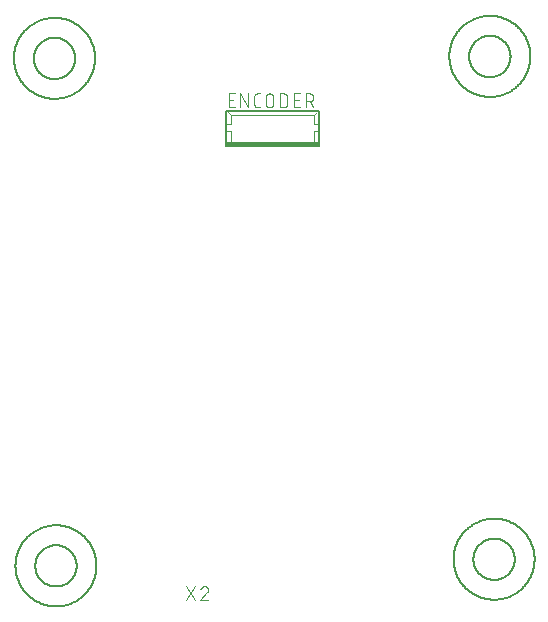
<source format=gbr>
G04 EAGLE Gerber X2 export*
G75*
%MOMM*%
%FSLAX34Y34*%
%LPD*%
%AMOC8*
5,1,8,0,0,1.08239X$1,22.5*%
G01*
%ADD10C,0.203200*%
%ADD11C,0.050800*%
%ADD12C,0.101600*%
%ADD13R,7.750000X0.375000*%
%ADD14C,0.152400*%


D10*
X344286Y415220D02*
X422286Y415220D01*
X422286Y445220D01*
X344286Y445220D01*
X344286Y415220D01*
D11*
X344536Y427720D02*
X348286Y427720D01*
X348286Y417720D01*
X418286Y427720D02*
X422036Y427720D01*
X418286Y427720D02*
X418286Y417720D01*
X348286Y433970D02*
X344536Y433970D01*
X418286Y433970D02*
X422036Y433970D01*
X348286Y433970D02*
X348286Y441470D01*
X418286Y441470D01*
X418286Y433970D01*
X418286Y441470D02*
X420786Y443970D01*
X348286Y441470D02*
X345786Y443970D01*
D12*
X346294Y448228D02*
X351487Y448228D01*
X346294Y448228D02*
X346294Y459912D01*
X351487Y459912D01*
X350189Y454719D02*
X346294Y454719D01*
X356177Y459912D02*
X356177Y448228D01*
X362669Y448228D02*
X356177Y459912D01*
X362669Y459912D02*
X362669Y448228D01*
X370552Y448228D02*
X373148Y448228D01*
X370552Y448228D02*
X370453Y448230D01*
X370353Y448236D01*
X370254Y448245D01*
X370156Y448258D01*
X370058Y448275D01*
X369960Y448296D01*
X369864Y448321D01*
X369769Y448349D01*
X369675Y448381D01*
X369582Y448416D01*
X369490Y448455D01*
X369400Y448498D01*
X369312Y448543D01*
X369225Y448593D01*
X369141Y448645D01*
X369058Y448701D01*
X368978Y448759D01*
X368900Y448821D01*
X368825Y448886D01*
X368752Y448954D01*
X368682Y449024D01*
X368614Y449097D01*
X368549Y449172D01*
X368487Y449250D01*
X368429Y449330D01*
X368373Y449413D01*
X368321Y449497D01*
X368271Y449584D01*
X368226Y449672D01*
X368183Y449762D01*
X368144Y449854D01*
X368109Y449947D01*
X368077Y450041D01*
X368049Y450136D01*
X368024Y450232D01*
X368003Y450330D01*
X367986Y450428D01*
X367973Y450526D01*
X367964Y450625D01*
X367958Y450725D01*
X367956Y450824D01*
X367955Y450824D02*
X367955Y457316D01*
X367956Y457316D02*
X367958Y457415D01*
X367964Y457515D01*
X367973Y457614D01*
X367986Y457712D01*
X368003Y457810D01*
X368024Y457908D01*
X368049Y458004D01*
X368077Y458099D01*
X368109Y458193D01*
X368144Y458286D01*
X368183Y458378D01*
X368226Y458468D01*
X368271Y458556D01*
X368321Y458643D01*
X368373Y458727D01*
X368429Y458810D01*
X368487Y458890D01*
X368549Y458968D01*
X368614Y459043D01*
X368682Y459116D01*
X368752Y459186D01*
X368825Y459254D01*
X368900Y459319D01*
X368978Y459381D01*
X369058Y459439D01*
X369141Y459495D01*
X369225Y459547D01*
X369312Y459597D01*
X369400Y459642D01*
X369490Y459685D01*
X369582Y459724D01*
X369674Y459759D01*
X369769Y459791D01*
X369864Y459819D01*
X369960Y459844D01*
X370058Y459865D01*
X370156Y459882D01*
X370254Y459895D01*
X370353Y459904D01*
X370453Y459910D01*
X370552Y459912D01*
X373148Y459912D01*
X377513Y456666D02*
X377513Y451474D01*
X377513Y456666D02*
X377515Y456779D01*
X377521Y456892D01*
X377531Y457005D01*
X377545Y457118D01*
X377562Y457230D01*
X377584Y457341D01*
X377609Y457451D01*
X377639Y457561D01*
X377672Y457669D01*
X377709Y457776D01*
X377749Y457882D01*
X377794Y457986D01*
X377842Y458089D01*
X377893Y458190D01*
X377948Y458289D01*
X378006Y458386D01*
X378068Y458481D01*
X378133Y458574D01*
X378201Y458664D01*
X378272Y458752D01*
X378347Y458838D01*
X378424Y458921D01*
X378504Y459001D01*
X378587Y459078D01*
X378673Y459153D01*
X378761Y459224D01*
X378851Y459292D01*
X378944Y459357D01*
X379039Y459419D01*
X379136Y459477D01*
X379235Y459532D01*
X379336Y459583D01*
X379439Y459631D01*
X379543Y459676D01*
X379649Y459716D01*
X379756Y459753D01*
X379864Y459786D01*
X379974Y459816D01*
X380084Y459841D01*
X380195Y459863D01*
X380307Y459880D01*
X380420Y459894D01*
X380533Y459904D01*
X380646Y459910D01*
X380759Y459912D01*
X380872Y459910D01*
X380985Y459904D01*
X381098Y459894D01*
X381211Y459880D01*
X381323Y459863D01*
X381434Y459841D01*
X381544Y459816D01*
X381654Y459786D01*
X381762Y459753D01*
X381869Y459716D01*
X381975Y459676D01*
X382079Y459631D01*
X382182Y459583D01*
X382283Y459532D01*
X382382Y459477D01*
X382479Y459419D01*
X382574Y459357D01*
X382667Y459292D01*
X382757Y459224D01*
X382845Y459153D01*
X382931Y459078D01*
X383014Y459001D01*
X383094Y458921D01*
X383171Y458838D01*
X383246Y458752D01*
X383317Y458664D01*
X383385Y458574D01*
X383450Y458481D01*
X383512Y458386D01*
X383570Y458289D01*
X383625Y458190D01*
X383676Y458089D01*
X383724Y457986D01*
X383769Y457882D01*
X383809Y457776D01*
X383846Y457669D01*
X383879Y457561D01*
X383909Y457451D01*
X383934Y457341D01*
X383956Y457230D01*
X383973Y457118D01*
X383987Y457005D01*
X383997Y456892D01*
X384003Y456779D01*
X384005Y456666D01*
X384004Y456666D02*
X384004Y451474D01*
X384005Y451474D02*
X384003Y451361D01*
X383997Y451248D01*
X383987Y451135D01*
X383973Y451022D01*
X383956Y450910D01*
X383934Y450799D01*
X383909Y450689D01*
X383879Y450579D01*
X383846Y450471D01*
X383809Y450364D01*
X383769Y450258D01*
X383724Y450154D01*
X383676Y450051D01*
X383625Y449950D01*
X383570Y449851D01*
X383512Y449754D01*
X383450Y449659D01*
X383385Y449566D01*
X383317Y449476D01*
X383246Y449388D01*
X383171Y449302D01*
X383094Y449219D01*
X383014Y449139D01*
X382931Y449062D01*
X382845Y448987D01*
X382757Y448916D01*
X382667Y448848D01*
X382574Y448783D01*
X382479Y448721D01*
X382382Y448663D01*
X382283Y448608D01*
X382182Y448557D01*
X382079Y448509D01*
X381975Y448464D01*
X381869Y448424D01*
X381762Y448387D01*
X381654Y448354D01*
X381544Y448324D01*
X381434Y448299D01*
X381323Y448277D01*
X381211Y448260D01*
X381098Y448246D01*
X380985Y448236D01*
X380872Y448230D01*
X380759Y448228D01*
X380646Y448230D01*
X380533Y448236D01*
X380420Y448246D01*
X380307Y448260D01*
X380195Y448277D01*
X380084Y448299D01*
X379974Y448324D01*
X379864Y448354D01*
X379756Y448387D01*
X379649Y448424D01*
X379543Y448464D01*
X379439Y448509D01*
X379336Y448557D01*
X379235Y448608D01*
X379136Y448663D01*
X379039Y448721D01*
X378944Y448783D01*
X378851Y448848D01*
X378761Y448916D01*
X378673Y448987D01*
X378587Y449062D01*
X378504Y449139D01*
X378424Y449219D01*
X378347Y449302D01*
X378272Y449388D01*
X378201Y449476D01*
X378133Y449566D01*
X378068Y449659D01*
X378006Y449754D01*
X377948Y449851D01*
X377893Y449950D01*
X377842Y450051D01*
X377794Y450154D01*
X377749Y450258D01*
X377709Y450364D01*
X377672Y450471D01*
X377639Y450579D01*
X377609Y450689D01*
X377584Y450799D01*
X377562Y450910D01*
X377545Y451022D01*
X377531Y451135D01*
X377521Y451248D01*
X377515Y451361D01*
X377513Y451474D01*
X389324Y448228D02*
X389324Y459912D01*
X392570Y459912D01*
X392683Y459910D01*
X392796Y459904D01*
X392909Y459894D01*
X393022Y459880D01*
X393134Y459863D01*
X393245Y459841D01*
X393355Y459816D01*
X393465Y459786D01*
X393573Y459753D01*
X393680Y459716D01*
X393786Y459676D01*
X393890Y459631D01*
X393993Y459583D01*
X394094Y459532D01*
X394193Y459477D01*
X394290Y459419D01*
X394385Y459357D01*
X394478Y459292D01*
X394568Y459224D01*
X394656Y459153D01*
X394742Y459078D01*
X394825Y459001D01*
X394905Y458921D01*
X394982Y458838D01*
X395057Y458752D01*
X395128Y458664D01*
X395196Y458574D01*
X395261Y458481D01*
X395323Y458386D01*
X395381Y458289D01*
X395436Y458190D01*
X395487Y458089D01*
X395535Y457986D01*
X395580Y457882D01*
X395620Y457776D01*
X395657Y457669D01*
X395690Y457561D01*
X395720Y457451D01*
X395745Y457341D01*
X395767Y457230D01*
X395784Y457118D01*
X395798Y457005D01*
X395808Y456892D01*
X395814Y456779D01*
X395816Y456666D01*
X395815Y456666D02*
X395815Y451474D01*
X395816Y451474D02*
X395814Y451361D01*
X395808Y451248D01*
X395798Y451135D01*
X395784Y451022D01*
X395767Y450910D01*
X395745Y450799D01*
X395720Y450689D01*
X395690Y450579D01*
X395657Y450471D01*
X395620Y450364D01*
X395580Y450258D01*
X395535Y450154D01*
X395487Y450051D01*
X395436Y449950D01*
X395381Y449851D01*
X395323Y449754D01*
X395261Y449659D01*
X395196Y449566D01*
X395128Y449476D01*
X395057Y449388D01*
X394982Y449302D01*
X394905Y449219D01*
X394825Y449139D01*
X394742Y449062D01*
X394656Y448987D01*
X394568Y448916D01*
X394478Y448848D01*
X394385Y448783D01*
X394290Y448721D01*
X394193Y448663D01*
X394094Y448608D01*
X393993Y448557D01*
X393890Y448509D01*
X393786Y448464D01*
X393680Y448424D01*
X393573Y448387D01*
X393465Y448354D01*
X393355Y448324D01*
X393245Y448299D01*
X393134Y448277D01*
X393022Y448260D01*
X392909Y448246D01*
X392796Y448236D01*
X392683Y448230D01*
X392570Y448228D01*
X389324Y448228D01*
X401539Y448228D02*
X406732Y448228D01*
X401539Y448228D02*
X401539Y459912D01*
X406732Y459912D01*
X405434Y454719D02*
X401539Y454719D01*
X411496Y459912D02*
X411496Y448228D01*
X411496Y459912D02*
X414741Y459912D01*
X414854Y459910D01*
X414967Y459904D01*
X415080Y459894D01*
X415193Y459880D01*
X415305Y459863D01*
X415416Y459841D01*
X415526Y459816D01*
X415636Y459786D01*
X415744Y459753D01*
X415851Y459716D01*
X415957Y459676D01*
X416061Y459631D01*
X416164Y459583D01*
X416265Y459532D01*
X416364Y459477D01*
X416461Y459419D01*
X416556Y459357D01*
X416649Y459292D01*
X416739Y459224D01*
X416827Y459153D01*
X416913Y459078D01*
X416996Y459001D01*
X417076Y458921D01*
X417153Y458838D01*
X417228Y458752D01*
X417299Y458664D01*
X417367Y458574D01*
X417432Y458481D01*
X417494Y458386D01*
X417552Y458289D01*
X417607Y458190D01*
X417658Y458089D01*
X417706Y457986D01*
X417751Y457882D01*
X417791Y457776D01*
X417828Y457669D01*
X417861Y457561D01*
X417891Y457451D01*
X417916Y457341D01*
X417938Y457230D01*
X417955Y457118D01*
X417969Y457005D01*
X417979Y456892D01*
X417985Y456779D01*
X417987Y456666D01*
X417985Y456553D01*
X417979Y456440D01*
X417969Y456327D01*
X417955Y456214D01*
X417938Y456102D01*
X417916Y455991D01*
X417891Y455881D01*
X417861Y455771D01*
X417828Y455663D01*
X417791Y455556D01*
X417751Y455450D01*
X417706Y455346D01*
X417658Y455243D01*
X417607Y455142D01*
X417552Y455043D01*
X417494Y454946D01*
X417432Y454851D01*
X417367Y454758D01*
X417299Y454668D01*
X417228Y454580D01*
X417153Y454494D01*
X417076Y454411D01*
X416996Y454331D01*
X416913Y454254D01*
X416827Y454179D01*
X416739Y454108D01*
X416649Y454040D01*
X416556Y453975D01*
X416461Y453913D01*
X416364Y453855D01*
X416265Y453800D01*
X416164Y453749D01*
X416061Y453701D01*
X415957Y453656D01*
X415851Y453616D01*
X415744Y453579D01*
X415636Y453546D01*
X415526Y453516D01*
X415416Y453491D01*
X415305Y453469D01*
X415193Y453452D01*
X415080Y453438D01*
X414967Y453428D01*
X414854Y453422D01*
X414741Y453420D01*
X414741Y453421D02*
X411496Y453421D01*
X415391Y453421D02*
X417987Y448228D01*
D13*
X383286Y417095D03*
D12*
X318017Y42672D02*
X310228Y30988D01*
X318017Y30988D02*
X310228Y42672D01*
X325877Y42672D02*
X325984Y42670D01*
X326090Y42664D01*
X326196Y42654D01*
X326302Y42641D01*
X326408Y42623D01*
X326512Y42602D01*
X326616Y42577D01*
X326719Y42548D01*
X326820Y42516D01*
X326920Y42479D01*
X327019Y42439D01*
X327117Y42396D01*
X327213Y42349D01*
X327307Y42298D01*
X327399Y42244D01*
X327489Y42187D01*
X327577Y42127D01*
X327662Y42063D01*
X327745Y41996D01*
X327826Y41926D01*
X327904Y41854D01*
X327980Y41778D01*
X328052Y41700D01*
X328122Y41619D01*
X328189Y41536D01*
X328253Y41451D01*
X328313Y41363D01*
X328370Y41273D01*
X328424Y41181D01*
X328475Y41087D01*
X328522Y40991D01*
X328565Y40893D01*
X328605Y40794D01*
X328642Y40694D01*
X328674Y40593D01*
X328703Y40490D01*
X328728Y40386D01*
X328749Y40282D01*
X328767Y40176D01*
X328780Y40070D01*
X328790Y39964D01*
X328796Y39858D01*
X328798Y39751D01*
X325877Y42672D02*
X325756Y42670D01*
X325635Y42664D01*
X325515Y42654D01*
X325394Y42641D01*
X325275Y42623D01*
X325155Y42602D01*
X325037Y42577D01*
X324920Y42548D01*
X324803Y42515D01*
X324688Y42479D01*
X324574Y42438D01*
X324461Y42395D01*
X324349Y42347D01*
X324240Y42296D01*
X324132Y42241D01*
X324025Y42183D01*
X323921Y42122D01*
X323819Y42057D01*
X323719Y41989D01*
X323621Y41918D01*
X323525Y41844D01*
X323432Y41767D01*
X323342Y41686D01*
X323254Y41603D01*
X323169Y41517D01*
X323086Y41428D01*
X323007Y41337D01*
X322930Y41243D01*
X322857Y41147D01*
X322787Y41049D01*
X322720Y40948D01*
X322656Y40845D01*
X322596Y40740D01*
X322539Y40633D01*
X322485Y40525D01*
X322435Y40415D01*
X322389Y40303D01*
X322346Y40190D01*
X322307Y40075D01*
X327825Y37479D02*
X327904Y37556D01*
X327980Y37637D01*
X328053Y37720D01*
X328123Y37805D01*
X328190Y37893D01*
X328254Y37983D01*
X328314Y38075D01*
X328371Y38170D01*
X328425Y38266D01*
X328476Y38364D01*
X328523Y38464D01*
X328567Y38566D01*
X328607Y38669D01*
X328643Y38773D01*
X328675Y38879D01*
X328704Y38985D01*
X328729Y39093D01*
X328751Y39201D01*
X328768Y39311D01*
X328782Y39420D01*
X328791Y39530D01*
X328797Y39641D01*
X328799Y39751D01*
X327825Y37479D02*
X322307Y30988D01*
X328798Y30988D01*
D14*
X533076Y491330D02*
X533086Y492172D01*
X533117Y493013D01*
X533169Y493853D01*
X533241Y494691D01*
X533334Y495527D01*
X533447Y496361D01*
X533581Y497192D01*
X533735Y498020D01*
X533909Y498843D01*
X534104Y499662D01*
X534318Y500476D01*
X534553Y501284D01*
X534807Y502086D01*
X535080Y502882D01*
X535374Y503671D01*
X535686Y504452D01*
X536018Y505226D01*
X536368Y505991D01*
X536737Y506747D01*
X537125Y507494D01*
X537531Y508231D01*
X537954Y508959D01*
X538396Y509675D01*
X538855Y510381D01*
X539331Y511074D01*
X539824Y511757D01*
X540334Y512426D01*
X540859Y513083D01*
X541401Y513727D01*
X541959Y514358D01*
X542532Y514974D01*
X543119Y515577D01*
X543722Y516164D01*
X544338Y516737D01*
X544969Y517295D01*
X545613Y517837D01*
X546270Y518362D01*
X546939Y518872D01*
X547622Y519365D01*
X548315Y519841D01*
X549021Y520300D01*
X549737Y520742D01*
X550465Y521165D01*
X551202Y521571D01*
X551949Y521959D01*
X552705Y522328D01*
X553470Y522678D01*
X554244Y523010D01*
X555025Y523322D01*
X555814Y523616D01*
X556610Y523889D01*
X557412Y524143D01*
X558220Y524378D01*
X559034Y524592D01*
X559853Y524787D01*
X560676Y524961D01*
X561504Y525115D01*
X562335Y525249D01*
X563169Y525362D01*
X564005Y525455D01*
X564843Y525527D01*
X565683Y525579D01*
X566524Y525610D01*
X567366Y525620D01*
X568208Y525610D01*
X569049Y525579D01*
X569889Y525527D01*
X570727Y525455D01*
X571563Y525362D01*
X572397Y525249D01*
X573228Y525115D01*
X574056Y524961D01*
X574879Y524787D01*
X575698Y524592D01*
X576512Y524378D01*
X577320Y524143D01*
X578122Y523889D01*
X578918Y523616D01*
X579707Y523322D01*
X580488Y523010D01*
X581262Y522678D01*
X582027Y522328D01*
X582783Y521959D01*
X583530Y521571D01*
X584267Y521165D01*
X584995Y520742D01*
X585711Y520300D01*
X586417Y519841D01*
X587110Y519365D01*
X587793Y518872D01*
X588462Y518362D01*
X589119Y517837D01*
X589763Y517295D01*
X590394Y516737D01*
X591010Y516164D01*
X591613Y515577D01*
X592200Y514974D01*
X592773Y514358D01*
X593331Y513727D01*
X593873Y513083D01*
X594398Y512426D01*
X594908Y511757D01*
X595401Y511074D01*
X595877Y510381D01*
X596336Y509675D01*
X596778Y508959D01*
X597201Y508231D01*
X597607Y507494D01*
X597995Y506747D01*
X598364Y505991D01*
X598714Y505226D01*
X599046Y504452D01*
X599358Y503671D01*
X599652Y502882D01*
X599925Y502086D01*
X600179Y501284D01*
X600414Y500476D01*
X600628Y499662D01*
X600823Y498843D01*
X600997Y498020D01*
X601151Y497192D01*
X601285Y496361D01*
X601398Y495527D01*
X601491Y494691D01*
X601563Y493853D01*
X601615Y493013D01*
X601646Y492172D01*
X601656Y491330D01*
X601646Y490488D01*
X601615Y489647D01*
X601563Y488807D01*
X601491Y487969D01*
X601398Y487133D01*
X601285Y486299D01*
X601151Y485468D01*
X600997Y484640D01*
X600823Y483817D01*
X600628Y482998D01*
X600414Y482184D01*
X600179Y481376D01*
X599925Y480574D01*
X599652Y479778D01*
X599358Y478989D01*
X599046Y478208D01*
X598714Y477434D01*
X598364Y476669D01*
X597995Y475913D01*
X597607Y475166D01*
X597201Y474429D01*
X596778Y473701D01*
X596336Y472985D01*
X595877Y472279D01*
X595401Y471586D01*
X594908Y470903D01*
X594398Y470234D01*
X593873Y469577D01*
X593331Y468933D01*
X592773Y468302D01*
X592200Y467686D01*
X591613Y467083D01*
X591010Y466496D01*
X590394Y465923D01*
X589763Y465365D01*
X589119Y464823D01*
X588462Y464298D01*
X587793Y463788D01*
X587110Y463295D01*
X586417Y462819D01*
X585711Y462360D01*
X584995Y461918D01*
X584267Y461495D01*
X583530Y461089D01*
X582783Y460701D01*
X582027Y460332D01*
X581262Y459982D01*
X580488Y459650D01*
X579707Y459338D01*
X578918Y459044D01*
X578122Y458771D01*
X577320Y458517D01*
X576512Y458282D01*
X575698Y458068D01*
X574879Y457873D01*
X574056Y457699D01*
X573228Y457545D01*
X572397Y457411D01*
X571563Y457298D01*
X570727Y457205D01*
X569889Y457133D01*
X569049Y457081D01*
X568208Y457050D01*
X567366Y457040D01*
X566524Y457050D01*
X565683Y457081D01*
X564843Y457133D01*
X564005Y457205D01*
X563169Y457298D01*
X562335Y457411D01*
X561504Y457545D01*
X560676Y457699D01*
X559853Y457873D01*
X559034Y458068D01*
X558220Y458282D01*
X557412Y458517D01*
X556610Y458771D01*
X555814Y459044D01*
X555025Y459338D01*
X554244Y459650D01*
X553470Y459982D01*
X552705Y460332D01*
X551949Y460701D01*
X551202Y461089D01*
X550465Y461495D01*
X549737Y461918D01*
X549021Y462360D01*
X548315Y462819D01*
X547622Y463295D01*
X546939Y463788D01*
X546270Y464298D01*
X545613Y464823D01*
X544969Y465365D01*
X544338Y465923D01*
X543722Y466496D01*
X543119Y467083D01*
X542532Y467686D01*
X541959Y468302D01*
X541401Y468933D01*
X540859Y469577D01*
X540334Y470234D01*
X539824Y470903D01*
X539331Y471586D01*
X538855Y472279D01*
X538396Y472985D01*
X537954Y473701D01*
X537531Y474429D01*
X537125Y475166D01*
X536737Y475913D01*
X536368Y476669D01*
X536018Y477434D01*
X535686Y478208D01*
X535374Y478989D01*
X535080Y479778D01*
X534807Y480574D01*
X534553Y481376D01*
X534318Y482184D01*
X534104Y482998D01*
X533909Y483817D01*
X533735Y484640D01*
X533581Y485468D01*
X533447Y486299D01*
X533334Y487133D01*
X533241Y487969D01*
X533169Y488807D01*
X533117Y489647D01*
X533086Y490488D01*
X533076Y491330D01*
D10*
X549866Y491330D02*
X549871Y491759D01*
X549887Y492189D01*
X549913Y492617D01*
X549950Y493045D01*
X549998Y493472D01*
X550055Y493898D01*
X550124Y494322D01*
X550202Y494744D01*
X550291Y495164D01*
X550390Y495582D01*
X550500Y495997D01*
X550620Y496410D01*
X550749Y496819D01*
X550889Y497226D01*
X551039Y497628D01*
X551198Y498027D01*
X551367Y498422D01*
X551546Y498812D01*
X551735Y499198D01*
X551932Y499579D01*
X552139Y499956D01*
X552356Y500327D01*
X552581Y500692D01*
X552815Y501052D01*
X553058Y501407D01*
X553310Y501755D01*
X553570Y502097D01*
X553838Y502432D01*
X554115Y502761D01*
X554399Y503082D01*
X554692Y503397D01*
X554992Y503704D01*
X555299Y504004D01*
X555614Y504297D01*
X555935Y504581D01*
X556264Y504858D01*
X556599Y505126D01*
X556941Y505386D01*
X557289Y505638D01*
X557644Y505881D01*
X558004Y506115D01*
X558369Y506340D01*
X558740Y506557D01*
X559117Y506764D01*
X559498Y506961D01*
X559884Y507150D01*
X560274Y507329D01*
X560669Y507498D01*
X561068Y507657D01*
X561470Y507807D01*
X561877Y507947D01*
X562286Y508076D01*
X562699Y508196D01*
X563114Y508306D01*
X563532Y508405D01*
X563952Y508494D01*
X564374Y508572D01*
X564798Y508641D01*
X565224Y508698D01*
X565651Y508746D01*
X566079Y508783D01*
X566507Y508809D01*
X566937Y508825D01*
X567366Y508830D01*
X567795Y508825D01*
X568225Y508809D01*
X568653Y508783D01*
X569081Y508746D01*
X569508Y508698D01*
X569934Y508641D01*
X570358Y508572D01*
X570780Y508494D01*
X571200Y508405D01*
X571618Y508306D01*
X572033Y508196D01*
X572446Y508076D01*
X572855Y507947D01*
X573262Y507807D01*
X573664Y507657D01*
X574063Y507498D01*
X574458Y507329D01*
X574848Y507150D01*
X575234Y506961D01*
X575615Y506764D01*
X575992Y506557D01*
X576363Y506340D01*
X576728Y506115D01*
X577088Y505881D01*
X577443Y505638D01*
X577791Y505386D01*
X578133Y505126D01*
X578468Y504858D01*
X578797Y504581D01*
X579118Y504297D01*
X579433Y504004D01*
X579740Y503704D01*
X580040Y503397D01*
X580333Y503082D01*
X580617Y502761D01*
X580894Y502432D01*
X581162Y502097D01*
X581422Y501755D01*
X581674Y501407D01*
X581917Y501052D01*
X582151Y500692D01*
X582376Y500327D01*
X582593Y499956D01*
X582800Y499579D01*
X582997Y499198D01*
X583186Y498812D01*
X583365Y498422D01*
X583534Y498027D01*
X583693Y497628D01*
X583843Y497226D01*
X583983Y496819D01*
X584112Y496410D01*
X584232Y495997D01*
X584342Y495582D01*
X584441Y495164D01*
X584530Y494744D01*
X584608Y494322D01*
X584677Y493898D01*
X584734Y493472D01*
X584782Y493045D01*
X584819Y492617D01*
X584845Y492189D01*
X584861Y491759D01*
X584866Y491330D01*
X584861Y490901D01*
X584845Y490471D01*
X584819Y490043D01*
X584782Y489615D01*
X584734Y489188D01*
X584677Y488762D01*
X584608Y488338D01*
X584530Y487916D01*
X584441Y487496D01*
X584342Y487078D01*
X584232Y486663D01*
X584112Y486250D01*
X583983Y485841D01*
X583843Y485434D01*
X583693Y485032D01*
X583534Y484633D01*
X583365Y484238D01*
X583186Y483848D01*
X582997Y483462D01*
X582800Y483081D01*
X582593Y482704D01*
X582376Y482333D01*
X582151Y481968D01*
X581917Y481608D01*
X581674Y481253D01*
X581422Y480905D01*
X581162Y480563D01*
X580894Y480228D01*
X580617Y479899D01*
X580333Y479578D01*
X580040Y479263D01*
X579740Y478956D01*
X579433Y478656D01*
X579118Y478363D01*
X578797Y478079D01*
X578468Y477802D01*
X578133Y477534D01*
X577791Y477274D01*
X577443Y477022D01*
X577088Y476779D01*
X576728Y476545D01*
X576363Y476320D01*
X575992Y476103D01*
X575615Y475896D01*
X575234Y475699D01*
X574848Y475510D01*
X574458Y475331D01*
X574063Y475162D01*
X573664Y475003D01*
X573262Y474853D01*
X572855Y474713D01*
X572446Y474584D01*
X572033Y474464D01*
X571618Y474354D01*
X571200Y474255D01*
X570780Y474166D01*
X570358Y474088D01*
X569934Y474019D01*
X569508Y473962D01*
X569081Y473914D01*
X568653Y473877D01*
X568225Y473851D01*
X567795Y473835D01*
X567366Y473830D01*
X566937Y473835D01*
X566507Y473851D01*
X566079Y473877D01*
X565651Y473914D01*
X565224Y473962D01*
X564798Y474019D01*
X564374Y474088D01*
X563952Y474166D01*
X563532Y474255D01*
X563114Y474354D01*
X562699Y474464D01*
X562286Y474584D01*
X561877Y474713D01*
X561470Y474853D01*
X561068Y475003D01*
X560669Y475162D01*
X560274Y475331D01*
X559884Y475510D01*
X559498Y475699D01*
X559117Y475896D01*
X558740Y476103D01*
X558369Y476320D01*
X558004Y476545D01*
X557644Y476779D01*
X557289Y477022D01*
X556941Y477274D01*
X556599Y477534D01*
X556264Y477802D01*
X555935Y478079D01*
X555614Y478363D01*
X555299Y478656D01*
X554992Y478956D01*
X554692Y479263D01*
X554399Y479578D01*
X554115Y479899D01*
X553838Y480228D01*
X553570Y480563D01*
X553310Y480905D01*
X553058Y481253D01*
X552815Y481608D01*
X552581Y481968D01*
X552356Y482333D01*
X552139Y482704D01*
X551932Y483081D01*
X551735Y483462D01*
X551546Y483848D01*
X551367Y484238D01*
X551198Y484633D01*
X551039Y485032D01*
X550889Y485434D01*
X550749Y485841D01*
X550620Y486250D01*
X550500Y486663D01*
X550390Y487078D01*
X550291Y487496D01*
X550202Y487916D01*
X550124Y488338D01*
X550055Y488762D01*
X549998Y489188D01*
X549950Y489615D01*
X549913Y490043D01*
X549887Y490471D01*
X549871Y490901D01*
X549866Y491330D01*
D14*
X164446Y489712D02*
X164456Y490554D01*
X164487Y491395D01*
X164539Y492235D01*
X164611Y493073D01*
X164704Y493909D01*
X164817Y494743D01*
X164951Y495574D01*
X165105Y496402D01*
X165279Y497225D01*
X165474Y498044D01*
X165688Y498858D01*
X165923Y499666D01*
X166177Y500468D01*
X166450Y501264D01*
X166744Y502053D01*
X167056Y502834D01*
X167388Y503608D01*
X167738Y504373D01*
X168107Y505129D01*
X168495Y505876D01*
X168901Y506613D01*
X169324Y507341D01*
X169766Y508057D01*
X170225Y508763D01*
X170701Y509456D01*
X171194Y510139D01*
X171704Y510808D01*
X172229Y511465D01*
X172771Y512109D01*
X173329Y512740D01*
X173902Y513356D01*
X174489Y513959D01*
X175092Y514546D01*
X175708Y515119D01*
X176339Y515677D01*
X176983Y516219D01*
X177640Y516744D01*
X178309Y517254D01*
X178992Y517747D01*
X179685Y518223D01*
X180391Y518682D01*
X181107Y519124D01*
X181835Y519547D01*
X182572Y519953D01*
X183319Y520341D01*
X184075Y520710D01*
X184840Y521060D01*
X185614Y521392D01*
X186395Y521704D01*
X187184Y521998D01*
X187980Y522271D01*
X188782Y522525D01*
X189590Y522760D01*
X190404Y522974D01*
X191223Y523169D01*
X192046Y523343D01*
X192874Y523497D01*
X193705Y523631D01*
X194539Y523744D01*
X195375Y523837D01*
X196213Y523909D01*
X197053Y523961D01*
X197894Y523992D01*
X198736Y524002D01*
X199578Y523992D01*
X200419Y523961D01*
X201259Y523909D01*
X202097Y523837D01*
X202933Y523744D01*
X203767Y523631D01*
X204598Y523497D01*
X205426Y523343D01*
X206249Y523169D01*
X207068Y522974D01*
X207882Y522760D01*
X208690Y522525D01*
X209492Y522271D01*
X210288Y521998D01*
X211077Y521704D01*
X211858Y521392D01*
X212632Y521060D01*
X213397Y520710D01*
X214153Y520341D01*
X214900Y519953D01*
X215637Y519547D01*
X216365Y519124D01*
X217081Y518682D01*
X217787Y518223D01*
X218480Y517747D01*
X219163Y517254D01*
X219832Y516744D01*
X220489Y516219D01*
X221133Y515677D01*
X221764Y515119D01*
X222380Y514546D01*
X222983Y513959D01*
X223570Y513356D01*
X224143Y512740D01*
X224701Y512109D01*
X225243Y511465D01*
X225768Y510808D01*
X226278Y510139D01*
X226771Y509456D01*
X227247Y508763D01*
X227706Y508057D01*
X228148Y507341D01*
X228571Y506613D01*
X228977Y505876D01*
X229365Y505129D01*
X229734Y504373D01*
X230084Y503608D01*
X230416Y502834D01*
X230728Y502053D01*
X231022Y501264D01*
X231295Y500468D01*
X231549Y499666D01*
X231784Y498858D01*
X231998Y498044D01*
X232193Y497225D01*
X232367Y496402D01*
X232521Y495574D01*
X232655Y494743D01*
X232768Y493909D01*
X232861Y493073D01*
X232933Y492235D01*
X232985Y491395D01*
X233016Y490554D01*
X233026Y489712D01*
X233016Y488870D01*
X232985Y488029D01*
X232933Y487189D01*
X232861Y486351D01*
X232768Y485515D01*
X232655Y484681D01*
X232521Y483850D01*
X232367Y483022D01*
X232193Y482199D01*
X231998Y481380D01*
X231784Y480566D01*
X231549Y479758D01*
X231295Y478956D01*
X231022Y478160D01*
X230728Y477371D01*
X230416Y476590D01*
X230084Y475816D01*
X229734Y475051D01*
X229365Y474295D01*
X228977Y473548D01*
X228571Y472811D01*
X228148Y472083D01*
X227706Y471367D01*
X227247Y470661D01*
X226771Y469968D01*
X226278Y469285D01*
X225768Y468616D01*
X225243Y467959D01*
X224701Y467315D01*
X224143Y466684D01*
X223570Y466068D01*
X222983Y465465D01*
X222380Y464878D01*
X221764Y464305D01*
X221133Y463747D01*
X220489Y463205D01*
X219832Y462680D01*
X219163Y462170D01*
X218480Y461677D01*
X217787Y461201D01*
X217081Y460742D01*
X216365Y460300D01*
X215637Y459877D01*
X214900Y459471D01*
X214153Y459083D01*
X213397Y458714D01*
X212632Y458364D01*
X211858Y458032D01*
X211077Y457720D01*
X210288Y457426D01*
X209492Y457153D01*
X208690Y456899D01*
X207882Y456664D01*
X207068Y456450D01*
X206249Y456255D01*
X205426Y456081D01*
X204598Y455927D01*
X203767Y455793D01*
X202933Y455680D01*
X202097Y455587D01*
X201259Y455515D01*
X200419Y455463D01*
X199578Y455432D01*
X198736Y455422D01*
X197894Y455432D01*
X197053Y455463D01*
X196213Y455515D01*
X195375Y455587D01*
X194539Y455680D01*
X193705Y455793D01*
X192874Y455927D01*
X192046Y456081D01*
X191223Y456255D01*
X190404Y456450D01*
X189590Y456664D01*
X188782Y456899D01*
X187980Y457153D01*
X187184Y457426D01*
X186395Y457720D01*
X185614Y458032D01*
X184840Y458364D01*
X184075Y458714D01*
X183319Y459083D01*
X182572Y459471D01*
X181835Y459877D01*
X181107Y460300D01*
X180391Y460742D01*
X179685Y461201D01*
X178992Y461677D01*
X178309Y462170D01*
X177640Y462680D01*
X176983Y463205D01*
X176339Y463747D01*
X175708Y464305D01*
X175092Y464878D01*
X174489Y465465D01*
X173902Y466068D01*
X173329Y466684D01*
X172771Y467315D01*
X172229Y467959D01*
X171704Y468616D01*
X171194Y469285D01*
X170701Y469968D01*
X170225Y470661D01*
X169766Y471367D01*
X169324Y472083D01*
X168901Y472811D01*
X168495Y473548D01*
X168107Y474295D01*
X167738Y475051D01*
X167388Y475816D01*
X167056Y476590D01*
X166744Y477371D01*
X166450Y478160D01*
X166177Y478956D01*
X165923Y479758D01*
X165688Y480566D01*
X165474Y481380D01*
X165279Y482199D01*
X165105Y483022D01*
X164951Y483850D01*
X164817Y484681D01*
X164704Y485515D01*
X164611Y486351D01*
X164539Y487189D01*
X164487Y488029D01*
X164456Y488870D01*
X164446Y489712D01*
D10*
X181236Y489712D02*
X181241Y490141D01*
X181257Y490571D01*
X181283Y490999D01*
X181320Y491427D01*
X181368Y491854D01*
X181425Y492280D01*
X181494Y492704D01*
X181572Y493126D01*
X181661Y493546D01*
X181760Y493964D01*
X181870Y494379D01*
X181990Y494792D01*
X182119Y495201D01*
X182259Y495608D01*
X182409Y496010D01*
X182568Y496409D01*
X182737Y496804D01*
X182916Y497194D01*
X183105Y497580D01*
X183302Y497961D01*
X183509Y498338D01*
X183726Y498709D01*
X183951Y499074D01*
X184185Y499434D01*
X184428Y499789D01*
X184680Y500137D01*
X184940Y500479D01*
X185208Y500814D01*
X185485Y501143D01*
X185769Y501464D01*
X186062Y501779D01*
X186362Y502086D01*
X186669Y502386D01*
X186984Y502679D01*
X187305Y502963D01*
X187634Y503240D01*
X187969Y503508D01*
X188311Y503768D01*
X188659Y504020D01*
X189014Y504263D01*
X189374Y504497D01*
X189739Y504722D01*
X190110Y504939D01*
X190487Y505146D01*
X190868Y505343D01*
X191254Y505532D01*
X191644Y505711D01*
X192039Y505880D01*
X192438Y506039D01*
X192840Y506189D01*
X193247Y506329D01*
X193656Y506458D01*
X194069Y506578D01*
X194484Y506688D01*
X194902Y506787D01*
X195322Y506876D01*
X195744Y506954D01*
X196168Y507023D01*
X196594Y507080D01*
X197021Y507128D01*
X197449Y507165D01*
X197877Y507191D01*
X198307Y507207D01*
X198736Y507212D01*
X199165Y507207D01*
X199595Y507191D01*
X200023Y507165D01*
X200451Y507128D01*
X200878Y507080D01*
X201304Y507023D01*
X201728Y506954D01*
X202150Y506876D01*
X202570Y506787D01*
X202988Y506688D01*
X203403Y506578D01*
X203816Y506458D01*
X204225Y506329D01*
X204632Y506189D01*
X205034Y506039D01*
X205433Y505880D01*
X205828Y505711D01*
X206218Y505532D01*
X206604Y505343D01*
X206985Y505146D01*
X207362Y504939D01*
X207733Y504722D01*
X208098Y504497D01*
X208458Y504263D01*
X208813Y504020D01*
X209161Y503768D01*
X209503Y503508D01*
X209838Y503240D01*
X210167Y502963D01*
X210488Y502679D01*
X210803Y502386D01*
X211110Y502086D01*
X211410Y501779D01*
X211703Y501464D01*
X211987Y501143D01*
X212264Y500814D01*
X212532Y500479D01*
X212792Y500137D01*
X213044Y499789D01*
X213287Y499434D01*
X213521Y499074D01*
X213746Y498709D01*
X213963Y498338D01*
X214170Y497961D01*
X214367Y497580D01*
X214556Y497194D01*
X214735Y496804D01*
X214904Y496409D01*
X215063Y496010D01*
X215213Y495608D01*
X215353Y495201D01*
X215482Y494792D01*
X215602Y494379D01*
X215712Y493964D01*
X215811Y493546D01*
X215900Y493126D01*
X215978Y492704D01*
X216047Y492280D01*
X216104Y491854D01*
X216152Y491427D01*
X216189Y490999D01*
X216215Y490571D01*
X216231Y490141D01*
X216236Y489712D01*
X216231Y489283D01*
X216215Y488853D01*
X216189Y488425D01*
X216152Y487997D01*
X216104Y487570D01*
X216047Y487144D01*
X215978Y486720D01*
X215900Y486298D01*
X215811Y485878D01*
X215712Y485460D01*
X215602Y485045D01*
X215482Y484632D01*
X215353Y484223D01*
X215213Y483816D01*
X215063Y483414D01*
X214904Y483015D01*
X214735Y482620D01*
X214556Y482230D01*
X214367Y481844D01*
X214170Y481463D01*
X213963Y481086D01*
X213746Y480715D01*
X213521Y480350D01*
X213287Y479990D01*
X213044Y479635D01*
X212792Y479287D01*
X212532Y478945D01*
X212264Y478610D01*
X211987Y478281D01*
X211703Y477960D01*
X211410Y477645D01*
X211110Y477338D01*
X210803Y477038D01*
X210488Y476745D01*
X210167Y476461D01*
X209838Y476184D01*
X209503Y475916D01*
X209161Y475656D01*
X208813Y475404D01*
X208458Y475161D01*
X208098Y474927D01*
X207733Y474702D01*
X207362Y474485D01*
X206985Y474278D01*
X206604Y474081D01*
X206218Y473892D01*
X205828Y473713D01*
X205433Y473544D01*
X205034Y473385D01*
X204632Y473235D01*
X204225Y473095D01*
X203816Y472966D01*
X203403Y472846D01*
X202988Y472736D01*
X202570Y472637D01*
X202150Y472548D01*
X201728Y472470D01*
X201304Y472401D01*
X200878Y472344D01*
X200451Y472296D01*
X200023Y472259D01*
X199595Y472233D01*
X199165Y472217D01*
X198736Y472212D01*
X198307Y472217D01*
X197877Y472233D01*
X197449Y472259D01*
X197021Y472296D01*
X196594Y472344D01*
X196168Y472401D01*
X195744Y472470D01*
X195322Y472548D01*
X194902Y472637D01*
X194484Y472736D01*
X194069Y472846D01*
X193656Y472966D01*
X193247Y473095D01*
X192840Y473235D01*
X192438Y473385D01*
X192039Y473544D01*
X191644Y473713D01*
X191254Y473892D01*
X190868Y474081D01*
X190487Y474278D01*
X190110Y474485D01*
X189739Y474702D01*
X189374Y474927D01*
X189014Y475161D01*
X188659Y475404D01*
X188311Y475656D01*
X187969Y475916D01*
X187634Y476184D01*
X187305Y476461D01*
X186984Y476745D01*
X186669Y477038D01*
X186362Y477338D01*
X186062Y477645D01*
X185769Y477960D01*
X185485Y478281D01*
X185208Y478610D01*
X184940Y478945D01*
X184680Y479287D01*
X184428Y479635D01*
X184185Y479990D01*
X183951Y480350D01*
X183726Y480715D01*
X183509Y481086D01*
X183302Y481463D01*
X183105Y481844D01*
X182916Y482230D01*
X182737Y482620D01*
X182568Y483015D01*
X182409Y483414D01*
X182259Y483816D01*
X182119Y484223D01*
X181990Y484632D01*
X181870Y485045D01*
X181760Y485460D01*
X181661Y485878D01*
X181572Y486298D01*
X181494Y486720D01*
X181425Y487144D01*
X181368Y487570D01*
X181320Y487997D01*
X181283Y488425D01*
X181257Y488853D01*
X181241Y489283D01*
X181236Y489712D01*
D14*
X536632Y65590D02*
X536642Y66432D01*
X536673Y67273D01*
X536725Y68113D01*
X536797Y68951D01*
X536890Y69787D01*
X537003Y70621D01*
X537137Y71452D01*
X537291Y72280D01*
X537465Y73103D01*
X537660Y73922D01*
X537874Y74736D01*
X538109Y75544D01*
X538363Y76346D01*
X538636Y77142D01*
X538930Y77931D01*
X539242Y78712D01*
X539574Y79486D01*
X539924Y80251D01*
X540293Y81007D01*
X540681Y81754D01*
X541087Y82491D01*
X541510Y83219D01*
X541952Y83935D01*
X542411Y84641D01*
X542887Y85334D01*
X543380Y86017D01*
X543890Y86686D01*
X544415Y87343D01*
X544957Y87987D01*
X545515Y88618D01*
X546088Y89234D01*
X546675Y89837D01*
X547278Y90424D01*
X547894Y90997D01*
X548525Y91555D01*
X549169Y92097D01*
X549826Y92622D01*
X550495Y93132D01*
X551178Y93625D01*
X551871Y94101D01*
X552577Y94560D01*
X553293Y95002D01*
X554021Y95425D01*
X554758Y95831D01*
X555505Y96219D01*
X556261Y96588D01*
X557026Y96938D01*
X557800Y97270D01*
X558581Y97582D01*
X559370Y97876D01*
X560166Y98149D01*
X560968Y98403D01*
X561776Y98638D01*
X562590Y98852D01*
X563409Y99047D01*
X564232Y99221D01*
X565060Y99375D01*
X565891Y99509D01*
X566725Y99622D01*
X567561Y99715D01*
X568399Y99787D01*
X569239Y99839D01*
X570080Y99870D01*
X570922Y99880D01*
X571764Y99870D01*
X572605Y99839D01*
X573445Y99787D01*
X574283Y99715D01*
X575119Y99622D01*
X575953Y99509D01*
X576784Y99375D01*
X577612Y99221D01*
X578435Y99047D01*
X579254Y98852D01*
X580068Y98638D01*
X580876Y98403D01*
X581678Y98149D01*
X582474Y97876D01*
X583263Y97582D01*
X584044Y97270D01*
X584818Y96938D01*
X585583Y96588D01*
X586339Y96219D01*
X587086Y95831D01*
X587823Y95425D01*
X588551Y95002D01*
X589267Y94560D01*
X589973Y94101D01*
X590666Y93625D01*
X591349Y93132D01*
X592018Y92622D01*
X592675Y92097D01*
X593319Y91555D01*
X593950Y90997D01*
X594566Y90424D01*
X595169Y89837D01*
X595756Y89234D01*
X596329Y88618D01*
X596887Y87987D01*
X597429Y87343D01*
X597954Y86686D01*
X598464Y86017D01*
X598957Y85334D01*
X599433Y84641D01*
X599892Y83935D01*
X600334Y83219D01*
X600757Y82491D01*
X601163Y81754D01*
X601551Y81007D01*
X601920Y80251D01*
X602270Y79486D01*
X602602Y78712D01*
X602914Y77931D01*
X603208Y77142D01*
X603481Y76346D01*
X603735Y75544D01*
X603970Y74736D01*
X604184Y73922D01*
X604379Y73103D01*
X604553Y72280D01*
X604707Y71452D01*
X604841Y70621D01*
X604954Y69787D01*
X605047Y68951D01*
X605119Y68113D01*
X605171Y67273D01*
X605202Y66432D01*
X605212Y65590D01*
X605202Y64748D01*
X605171Y63907D01*
X605119Y63067D01*
X605047Y62229D01*
X604954Y61393D01*
X604841Y60559D01*
X604707Y59728D01*
X604553Y58900D01*
X604379Y58077D01*
X604184Y57258D01*
X603970Y56444D01*
X603735Y55636D01*
X603481Y54834D01*
X603208Y54038D01*
X602914Y53249D01*
X602602Y52468D01*
X602270Y51694D01*
X601920Y50929D01*
X601551Y50173D01*
X601163Y49426D01*
X600757Y48689D01*
X600334Y47961D01*
X599892Y47245D01*
X599433Y46539D01*
X598957Y45846D01*
X598464Y45163D01*
X597954Y44494D01*
X597429Y43837D01*
X596887Y43193D01*
X596329Y42562D01*
X595756Y41946D01*
X595169Y41343D01*
X594566Y40756D01*
X593950Y40183D01*
X593319Y39625D01*
X592675Y39083D01*
X592018Y38558D01*
X591349Y38048D01*
X590666Y37555D01*
X589973Y37079D01*
X589267Y36620D01*
X588551Y36178D01*
X587823Y35755D01*
X587086Y35349D01*
X586339Y34961D01*
X585583Y34592D01*
X584818Y34242D01*
X584044Y33910D01*
X583263Y33598D01*
X582474Y33304D01*
X581678Y33031D01*
X580876Y32777D01*
X580068Y32542D01*
X579254Y32328D01*
X578435Y32133D01*
X577612Y31959D01*
X576784Y31805D01*
X575953Y31671D01*
X575119Y31558D01*
X574283Y31465D01*
X573445Y31393D01*
X572605Y31341D01*
X571764Y31310D01*
X570922Y31300D01*
X570080Y31310D01*
X569239Y31341D01*
X568399Y31393D01*
X567561Y31465D01*
X566725Y31558D01*
X565891Y31671D01*
X565060Y31805D01*
X564232Y31959D01*
X563409Y32133D01*
X562590Y32328D01*
X561776Y32542D01*
X560968Y32777D01*
X560166Y33031D01*
X559370Y33304D01*
X558581Y33598D01*
X557800Y33910D01*
X557026Y34242D01*
X556261Y34592D01*
X555505Y34961D01*
X554758Y35349D01*
X554021Y35755D01*
X553293Y36178D01*
X552577Y36620D01*
X551871Y37079D01*
X551178Y37555D01*
X550495Y38048D01*
X549826Y38558D01*
X549169Y39083D01*
X548525Y39625D01*
X547894Y40183D01*
X547278Y40756D01*
X546675Y41343D01*
X546088Y41946D01*
X545515Y42562D01*
X544957Y43193D01*
X544415Y43837D01*
X543890Y44494D01*
X543380Y45163D01*
X542887Y45846D01*
X542411Y46539D01*
X541952Y47245D01*
X541510Y47961D01*
X541087Y48689D01*
X540681Y49426D01*
X540293Y50173D01*
X539924Y50929D01*
X539574Y51694D01*
X539242Y52468D01*
X538930Y53249D01*
X538636Y54038D01*
X538363Y54834D01*
X538109Y55636D01*
X537874Y56444D01*
X537660Y57258D01*
X537465Y58077D01*
X537291Y58900D01*
X537137Y59728D01*
X537003Y60559D01*
X536890Y61393D01*
X536797Y62229D01*
X536725Y63067D01*
X536673Y63907D01*
X536642Y64748D01*
X536632Y65590D01*
D10*
X553422Y65590D02*
X553427Y66019D01*
X553443Y66449D01*
X553469Y66877D01*
X553506Y67305D01*
X553554Y67732D01*
X553611Y68158D01*
X553680Y68582D01*
X553758Y69004D01*
X553847Y69424D01*
X553946Y69842D01*
X554056Y70257D01*
X554176Y70670D01*
X554305Y71079D01*
X554445Y71486D01*
X554595Y71888D01*
X554754Y72287D01*
X554923Y72682D01*
X555102Y73072D01*
X555291Y73458D01*
X555488Y73839D01*
X555695Y74216D01*
X555912Y74587D01*
X556137Y74952D01*
X556371Y75312D01*
X556614Y75667D01*
X556866Y76015D01*
X557126Y76357D01*
X557394Y76692D01*
X557671Y77021D01*
X557955Y77342D01*
X558248Y77657D01*
X558548Y77964D01*
X558855Y78264D01*
X559170Y78557D01*
X559491Y78841D01*
X559820Y79118D01*
X560155Y79386D01*
X560497Y79646D01*
X560845Y79898D01*
X561200Y80141D01*
X561560Y80375D01*
X561925Y80600D01*
X562296Y80817D01*
X562673Y81024D01*
X563054Y81221D01*
X563440Y81410D01*
X563830Y81589D01*
X564225Y81758D01*
X564624Y81917D01*
X565026Y82067D01*
X565433Y82207D01*
X565842Y82336D01*
X566255Y82456D01*
X566670Y82566D01*
X567088Y82665D01*
X567508Y82754D01*
X567930Y82832D01*
X568354Y82901D01*
X568780Y82958D01*
X569207Y83006D01*
X569635Y83043D01*
X570063Y83069D01*
X570493Y83085D01*
X570922Y83090D01*
X571351Y83085D01*
X571781Y83069D01*
X572209Y83043D01*
X572637Y83006D01*
X573064Y82958D01*
X573490Y82901D01*
X573914Y82832D01*
X574336Y82754D01*
X574756Y82665D01*
X575174Y82566D01*
X575589Y82456D01*
X576002Y82336D01*
X576411Y82207D01*
X576818Y82067D01*
X577220Y81917D01*
X577619Y81758D01*
X578014Y81589D01*
X578404Y81410D01*
X578790Y81221D01*
X579171Y81024D01*
X579548Y80817D01*
X579919Y80600D01*
X580284Y80375D01*
X580644Y80141D01*
X580999Y79898D01*
X581347Y79646D01*
X581689Y79386D01*
X582024Y79118D01*
X582353Y78841D01*
X582674Y78557D01*
X582989Y78264D01*
X583296Y77964D01*
X583596Y77657D01*
X583889Y77342D01*
X584173Y77021D01*
X584450Y76692D01*
X584718Y76357D01*
X584978Y76015D01*
X585230Y75667D01*
X585473Y75312D01*
X585707Y74952D01*
X585932Y74587D01*
X586149Y74216D01*
X586356Y73839D01*
X586553Y73458D01*
X586742Y73072D01*
X586921Y72682D01*
X587090Y72287D01*
X587249Y71888D01*
X587399Y71486D01*
X587539Y71079D01*
X587668Y70670D01*
X587788Y70257D01*
X587898Y69842D01*
X587997Y69424D01*
X588086Y69004D01*
X588164Y68582D01*
X588233Y68158D01*
X588290Y67732D01*
X588338Y67305D01*
X588375Y66877D01*
X588401Y66449D01*
X588417Y66019D01*
X588422Y65590D01*
X588417Y65161D01*
X588401Y64731D01*
X588375Y64303D01*
X588338Y63875D01*
X588290Y63448D01*
X588233Y63022D01*
X588164Y62598D01*
X588086Y62176D01*
X587997Y61756D01*
X587898Y61338D01*
X587788Y60923D01*
X587668Y60510D01*
X587539Y60101D01*
X587399Y59694D01*
X587249Y59292D01*
X587090Y58893D01*
X586921Y58498D01*
X586742Y58108D01*
X586553Y57722D01*
X586356Y57341D01*
X586149Y56964D01*
X585932Y56593D01*
X585707Y56228D01*
X585473Y55868D01*
X585230Y55513D01*
X584978Y55165D01*
X584718Y54823D01*
X584450Y54488D01*
X584173Y54159D01*
X583889Y53838D01*
X583596Y53523D01*
X583296Y53216D01*
X582989Y52916D01*
X582674Y52623D01*
X582353Y52339D01*
X582024Y52062D01*
X581689Y51794D01*
X581347Y51534D01*
X580999Y51282D01*
X580644Y51039D01*
X580284Y50805D01*
X579919Y50580D01*
X579548Y50363D01*
X579171Y50156D01*
X578790Y49959D01*
X578404Y49770D01*
X578014Y49591D01*
X577619Y49422D01*
X577220Y49263D01*
X576818Y49113D01*
X576411Y48973D01*
X576002Y48844D01*
X575589Y48724D01*
X575174Y48614D01*
X574756Y48515D01*
X574336Y48426D01*
X573914Y48348D01*
X573490Y48279D01*
X573064Y48222D01*
X572637Y48174D01*
X572209Y48137D01*
X571781Y48111D01*
X571351Y48095D01*
X570922Y48090D01*
X570493Y48095D01*
X570063Y48111D01*
X569635Y48137D01*
X569207Y48174D01*
X568780Y48222D01*
X568354Y48279D01*
X567930Y48348D01*
X567508Y48426D01*
X567088Y48515D01*
X566670Y48614D01*
X566255Y48724D01*
X565842Y48844D01*
X565433Y48973D01*
X565026Y49113D01*
X564624Y49263D01*
X564225Y49422D01*
X563830Y49591D01*
X563440Y49770D01*
X563054Y49959D01*
X562673Y50156D01*
X562296Y50363D01*
X561925Y50580D01*
X561560Y50805D01*
X561200Y51039D01*
X560845Y51282D01*
X560497Y51534D01*
X560155Y51794D01*
X559820Y52062D01*
X559491Y52339D01*
X559170Y52623D01*
X558855Y52916D01*
X558548Y53216D01*
X558248Y53523D01*
X557955Y53838D01*
X557671Y54159D01*
X557394Y54488D01*
X557126Y54823D01*
X556866Y55165D01*
X556614Y55513D01*
X556371Y55868D01*
X556137Y56228D01*
X555912Y56593D01*
X555695Y56964D01*
X555488Y57341D01*
X555291Y57722D01*
X555102Y58108D01*
X554923Y58498D01*
X554754Y58893D01*
X554595Y59292D01*
X554445Y59694D01*
X554305Y60101D01*
X554176Y60510D01*
X554056Y60923D01*
X553946Y61338D01*
X553847Y61756D01*
X553758Y62176D01*
X553680Y62598D01*
X553611Y63022D01*
X553554Y63448D01*
X553506Y63875D01*
X553469Y64303D01*
X553443Y64731D01*
X553427Y65161D01*
X553422Y65590D01*
D14*
X165710Y60000D02*
X165720Y60842D01*
X165751Y61683D01*
X165803Y62523D01*
X165875Y63361D01*
X165968Y64197D01*
X166081Y65031D01*
X166215Y65862D01*
X166369Y66690D01*
X166543Y67513D01*
X166738Y68332D01*
X166952Y69146D01*
X167187Y69954D01*
X167441Y70756D01*
X167714Y71552D01*
X168008Y72341D01*
X168320Y73122D01*
X168652Y73896D01*
X169002Y74661D01*
X169371Y75417D01*
X169759Y76164D01*
X170165Y76901D01*
X170588Y77629D01*
X171030Y78345D01*
X171489Y79051D01*
X171965Y79744D01*
X172458Y80427D01*
X172968Y81096D01*
X173493Y81753D01*
X174035Y82397D01*
X174593Y83028D01*
X175166Y83644D01*
X175753Y84247D01*
X176356Y84834D01*
X176972Y85407D01*
X177603Y85965D01*
X178247Y86507D01*
X178904Y87032D01*
X179573Y87542D01*
X180256Y88035D01*
X180949Y88511D01*
X181655Y88970D01*
X182371Y89412D01*
X183099Y89835D01*
X183836Y90241D01*
X184583Y90629D01*
X185339Y90998D01*
X186104Y91348D01*
X186878Y91680D01*
X187659Y91992D01*
X188448Y92286D01*
X189244Y92559D01*
X190046Y92813D01*
X190854Y93048D01*
X191668Y93262D01*
X192487Y93457D01*
X193310Y93631D01*
X194138Y93785D01*
X194969Y93919D01*
X195803Y94032D01*
X196639Y94125D01*
X197477Y94197D01*
X198317Y94249D01*
X199158Y94280D01*
X200000Y94290D01*
X200842Y94280D01*
X201683Y94249D01*
X202523Y94197D01*
X203361Y94125D01*
X204197Y94032D01*
X205031Y93919D01*
X205862Y93785D01*
X206690Y93631D01*
X207513Y93457D01*
X208332Y93262D01*
X209146Y93048D01*
X209954Y92813D01*
X210756Y92559D01*
X211552Y92286D01*
X212341Y91992D01*
X213122Y91680D01*
X213896Y91348D01*
X214661Y90998D01*
X215417Y90629D01*
X216164Y90241D01*
X216901Y89835D01*
X217629Y89412D01*
X218345Y88970D01*
X219051Y88511D01*
X219744Y88035D01*
X220427Y87542D01*
X221096Y87032D01*
X221753Y86507D01*
X222397Y85965D01*
X223028Y85407D01*
X223644Y84834D01*
X224247Y84247D01*
X224834Y83644D01*
X225407Y83028D01*
X225965Y82397D01*
X226507Y81753D01*
X227032Y81096D01*
X227542Y80427D01*
X228035Y79744D01*
X228511Y79051D01*
X228970Y78345D01*
X229412Y77629D01*
X229835Y76901D01*
X230241Y76164D01*
X230629Y75417D01*
X230998Y74661D01*
X231348Y73896D01*
X231680Y73122D01*
X231992Y72341D01*
X232286Y71552D01*
X232559Y70756D01*
X232813Y69954D01*
X233048Y69146D01*
X233262Y68332D01*
X233457Y67513D01*
X233631Y66690D01*
X233785Y65862D01*
X233919Y65031D01*
X234032Y64197D01*
X234125Y63361D01*
X234197Y62523D01*
X234249Y61683D01*
X234280Y60842D01*
X234290Y60000D01*
X234280Y59158D01*
X234249Y58317D01*
X234197Y57477D01*
X234125Y56639D01*
X234032Y55803D01*
X233919Y54969D01*
X233785Y54138D01*
X233631Y53310D01*
X233457Y52487D01*
X233262Y51668D01*
X233048Y50854D01*
X232813Y50046D01*
X232559Y49244D01*
X232286Y48448D01*
X231992Y47659D01*
X231680Y46878D01*
X231348Y46104D01*
X230998Y45339D01*
X230629Y44583D01*
X230241Y43836D01*
X229835Y43099D01*
X229412Y42371D01*
X228970Y41655D01*
X228511Y40949D01*
X228035Y40256D01*
X227542Y39573D01*
X227032Y38904D01*
X226507Y38247D01*
X225965Y37603D01*
X225407Y36972D01*
X224834Y36356D01*
X224247Y35753D01*
X223644Y35166D01*
X223028Y34593D01*
X222397Y34035D01*
X221753Y33493D01*
X221096Y32968D01*
X220427Y32458D01*
X219744Y31965D01*
X219051Y31489D01*
X218345Y31030D01*
X217629Y30588D01*
X216901Y30165D01*
X216164Y29759D01*
X215417Y29371D01*
X214661Y29002D01*
X213896Y28652D01*
X213122Y28320D01*
X212341Y28008D01*
X211552Y27714D01*
X210756Y27441D01*
X209954Y27187D01*
X209146Y26952D01*
X208332Y26738D01*
X207513Y26543D01*
X206690Y26369D01*
X205862Y26215D01*
X205031Y26081D01*
X204197Y25968D01*
X203361Y25875D01*
X202523Y25803D01*
X201683Y25751D01*
X200842Y25720D01*
X200000Y25710D01*
X199158Y25720D01*
X198317Y25751D01*
X197477Y25803D01*
X196639Y25875D01*
X195803Y25968D01*
X194969Y26081D01*
X194138Y26215D01*
X193310Y26369D01*
X192487Y26543D01*
X191668Y26738D01*
X190854Y26952D01*
X190046Y27187D01*
X189244Y27441D01*
X188448Y27714D01*
X187659Y28008D01*
X186878Y28320D01*
X186104Y28652D01*
X185339Y29002D01*
X184583Y29371D01*
X183836Y29759D01*
X183099Y30165D01*
X182371Y30588D01*
X181655Y31030D01*
X180949Y31489D01*
X180256Y31965D01*
X179573Y32458D01*
X178904Y32968D01*
X178247Y33493D01*
X177603Y34035D01*
X176972Y34593D01*
X176356Y35166D01*
X175753Y35753D01*
X175166Y36356D01*
X174593Y36972D01*
X174035Y37603D01*
X173493Y38247D01*
X172968Y38904D01*
X172458Y39573D01*
X171965Y40256D01*
X171489Y40949D01*
X171030Y41655D01*
X170588Y42371D01*
X170165Y43099D01*
X169759Y43836D01*
X169371Y44583D01*
X169002Y45339D01*
X168652Y46104D01*
X168320Y46878D01*
X168008Y47659D01*
X167714Y48448D01*
X167441Y49244D01*
X167187Y50046D01*
X166952Y50854D01*
X166738Y51668D01*
X166543Y52487D01*
X166369Y53310D01*
X166215Y54138D01*
X166081Y54969D01*
X165968Y55803D01*
X165875Y56639D01*
X165803Y57477D01*
X165751Y58317D01*
X165720Y59158D01*
X165710Y60000D01*
D10*
X182500Y60000D02*
X182505Y60429D01*
X182521Y60859D01*
X182547Y61287D01*
X182584Y61715D01*
X182632Y62142D01*
X182689Y62568D01*
X182758Y62992D01*
X182836Y63414D01*
X182925Y63834D01*
X183024Y64252D01*
X183134Y64667D01*
X183254Y65080D01*
X183383Y65489D01*
X183523Y65896D01*
X183673Y66298D01*
X183832Y66697D01*
X184001Y67092D01*
X184180Y67482D01*
X184369Y67868D01*
X184566Y68249D01*
X184773Y68626D01*
X184990Y68997D01*
X185215Y69362D01*
X185449Y69722D01*
X185692Y70077D01*
X185944Y70425D01*
X186204Y70767D01*
X186472Y71102D01*
X186749Y71431D01*
X187033Y71752D01*
X187326Y72067D01*
X187626Y72374D01*
X187933Y72674D01*
X188248Y72967D01*
X188569Y73251D01*
X188898Y73528D01*
X189233Y73796D01*
X189575Y74056D01*
X189923Y74308D01*
X190278Y74551D01*
X190638Y74785D01*
X191003Y75010D01*
X191374Y75227D01*
X191751Y75434D01*
X192132Y75631D01*
X192518Y75820D01*
X192908Y75999D01*
X193303Y76168D01*
X193702Y76327D01*
X194104Y76477D01*
X194511Y76617D01*
X194920Y76746D01*
X195333Y76866D01*
X195748Y76976D01*
X196166Y77075D01*
X196586Y77164D01*
X197008Y77242D01*
X197432Y77311D01*
X197858Y77368D01*
X198285Y77416D01*
X198713Y77453D01*
X199141Y77479D01*
X199571Y77495D01*
X200000Y77500D01*
X200429Y77495D01*
X200859Y77479D01*
X201287Y77453D01*
X201715Y77416D01*
X202142Y77368D01*
X202568Y77311D01*
X202992Y77242D01*
X203414Y77164D01*
X203834Y77075D01*
X204252Y76976D01*
X204667Y76866D01*
X205080Y76746D01*
X205489Y76617D01*
X205896Y76477D01*
X206298Y76327D01*
X206697Y76168D01*
X207092Y75999D01*
X207482Y75820D01*
X207868Y75631D01*
X208249Y75434D01*
X208626Y75227D01*
X208997Y75010D01*
X209362Y74785D01*
X209722Y74551D01*
X210077Y74308D01*
X210425Y74056D01*
X210767Y73796D01*
X211102Y73528D01*
X211431Y73251D01*
X211752Y72967D01*
X212067Y72674D01*
X212374Y72374D01*
X212674Y72067D01*
X212967Y71752D01*
X213251Y71431D01*
X213528Y71102D01*
X213796Y70767D01*
X214056Y70425D01*
X214308Y70077D01*
X214551Y69722D01*
X214785Y69362D01*
X215010Y68997D01*
X215227Y68626D01*
X215434Y68249D01*
X215631Y67868D01*
X215820Y67482D01*
X215999Y67092D01*
X216168Y66697D01*
X216327Y66298D01*
X216477Y65896D01*
X216617Y65489D01*
X216746Y65080D01*
X216866Y64667D01*
X216976Y64252D01*
X217075Y63834D01*
X217164Y63414D01*
X217242Y62992D01*
X217311Y62568D01*
X217368Y62142D01*
X217416Y61715D01*
X217453Y61287D01*
X217479Y60859D01*
X217495Y60429D01*
X217500Y60000D01*
X217495Y59571D01*
X217479Y59141D01*
X217453Y58713D01*
X217416Y58285D01*
X217368Y57858D01*
X217311Y57432D01*
X217242Y57008D01*
X217164Y56586D01*
X217075Y56166D01*
X216976Y55748D01*
X216866Y55333D01*
X216746Y54920D01*
X216617Y54511D01*
X216477Y54104D01*
X216327Y53702D01*
X216168Y53303D01*
X215999Y52908D01*
X215820Y52518D01*
X215631Y52132D01*
X215434Y51751D01*
X215227Y51374D01*
X215010Y51003D01*
X214785Y50638D01*
X214551Y50278D01*
X214308Y49923D01*
X214056Y49575D01*
X213796Y49233D01*
X213528Y48898D01*
X213251Y48569D01*
X212967Y48248D01*
X212674Y47933D01*
X212374Y47626D01*
X212067Y47326D01*
X211752Y47033D01*
X211431Y46749D01*
X211102Y46472D01*
X210767Y46204D01*
X210425Y45944D01*
X210077Y45692D01*
X209722Y45449D01*
X209362Y45215D01*
X208997Y44990D01*
X208626Y44773D01*
X208249Y44566D01*
X207868Y44369D01*
X207482Y44180D01*
X207092Y44001D01*
X206697Y43832D01*
X206298Y43673D01*
X205896Y43523D01*
X205489Y43383D01*
X205080Y43254D01*
X204667Y43134D01*
X204252Y43024D01*
X203834Y42925D01*
X203414Y42836D01*
X202992Y42758D01*
X202568Y42689D01*
X202142Y42632D01*
X201715Y42584D01*
X201287Y42547D01*
X200859Y42521D01*
X200429Y42505D01*
X200000Y42500D01*
X199571Y42505D01*
X199141Y42521D01*
X198713Y42547D01*
X198285Y42584D01*
X197858Y42632D01*
X197432Y42689D01*
X197008Y42758D01*
X196586Y42836D01*
X196166Y42925D01*
X195748Y43024D01*
X195333Y43134D01*
X194920Y43254D01*
X194511Y43383D01*
X194104Y43523D01*
X193702Y43673D01*
X193303Y43832D01*
X192908Y44001D01*
X192518Y44180D01*
X192132Y44369D01*
X191751Y44566D01*
X191374Y44773D01*
X191003Y44990D01*
X190638Y45215D01*
X190278Y45449D01*
X189923Y45692D01*
X189575Y45944D01*
X189233Y46204D01*
X188898Y46472D01*
X188569Y46749D01*
X188248Y47033D01*
X187933Y47326D01*
X187626Y47626D01*
X187326Y47933D01*
X187033Y48248D01*
X186749Y48569D01*
X186472Y48898D01*
X186204Y49233D01*
X185944Y49575D01*
X185692Y49923D01*
X185449Y50278D01*
X185215Y50638D01*
X184990Y51003D01*
X184773Y51374D01*
X184566Y51751D01*
X184369Y52132D01*
X184180Y52518D01*
X184001Y52908D01*
X183832Y53303D01*
X183673Y53702D01*
X183523Y54104D01*
X183383Y54511D01*
X183254Y54920D01*
X183134Y55333D01*
X183024Y55748D01*
X182925Y56166D01*
X182836Y56586D01*
X182758Y57008D01*
X182689Y57432D01*
X182632Y57858D01*
X182584Y58285D01*
X182547Y58713D01*
X182521Y59141D01*
X182505Y59571D01*
X182500Y60000D01*
M02*

</source>
